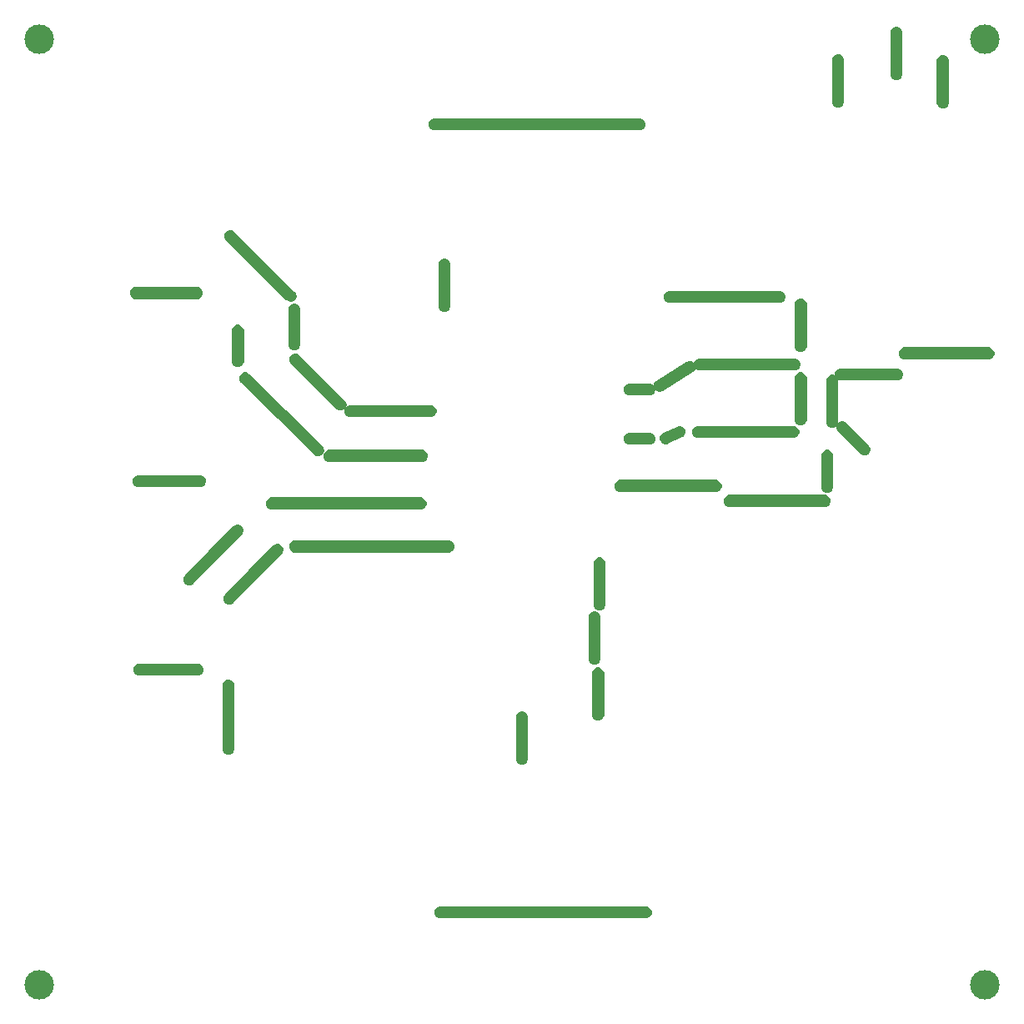
<source format=gbr>
G04 Layer_Color=0*
%FSLAX26Y26*%
%MOIN*%
%TF.FileFunction,NonPlated,1,2,NPTH,Drill*%
%TF.Part,Single*%
G01*
G75*
%TA.AperFunction,OtherDrill,Pad Free-4 (3779.527mil,0mil)*%
%ADD93C,0.118110*%
%TA.AperFunction,OtherDrill,Pad Free-4 (3779.528mil,-3779.528mil)*%
%ADD94C,0.118110*%
%TA.AperFunction,OtherDrill,Pad Free-4 (0mil,0mil)*%
%ADD95C,0.118110*%
%TA.AperFunction,OtherDrill,Pad Free-4 (0mil,-3779.528mil)*%
%ADD96C,0.118110*%
G36*
X3283286Y-1656241D02*
X3193286Y-1566241D01*
X3189961Y-1562917D01*
X3186363Y-1554229D01*
Y-1544826D01*
X3189961Y-1536138D01*
X3196611Y-1529489D01*
X3205298Y-1525890D01*
X3214702D01*
X3223389Y-1529489D01*
X3226714Y-1532814D01*
X3226714Y-1532814D01*
X3316714Y-1622814D01*
X3318360Y-1624460D01*
X3320947Y-1628331D01*
X3322729Y-1632633D01*
X3323637Y-1637199D01*
Y-1639527D01*
Y-1643034D01*
X3321601Y-1649744D01*
X3317705Y-1655575D01*
X3312285Y-1660024D01*
X3305806Y-1662707D01*
X3298827Y-1663394D01*
X3291950Y-1662026D01*
X3285765Y-1658721D01*
X3283286Y-1656241D01*
D01*
D02*
G37*
G36*
X3146363Y-1529527D02*
Y-1534229D01*
X3149961Y-1542917D01*
X3156611Y-1549566D01*
X3165298Y-1553165D01*
X3174702D01*
X3183389Y-1549566D01*
X3190038Y-1542917D01*
X3193637Y-1534229D01*
Y-1529527D01*
D01*
Y-1364527D01*
Y-1359826D01*
X3190038Y-1351138D01*
X3183389Y-1344489D01*
X3174702Y-1340890D01*
X3165298D01*
X3156611Y-1344489D01*
X3149961Y-1351138D01*
X3146363Y-1359826D01*
Y-1364527D01*
D01*
Y-1529527D01*
D02*
G37*
G36*
X3205000Y-1363165D02*
X3200298D01*
X3191611Y-1359566D01*
X3184961Y-1352917D01*
X3181363Y-1344229D01*
Y-1334826D01*
X3184961Y-1326138D01*
X3191611Y-1319489D01*
X3200298Y-1315890D01*
X3205000D01*
D01*
X3430000D01*
X3434702D01*
X3443389Y-1319489D01*
X3450038Y-1326138D01*
X3453637Y-1334826D01*
Y-1339527D01*
Y-1344229D01*
X3450038Y-1352917D01*
X3443389Y-1359566D01*
X3434702Y-1363165D01*
X3430000D01*
D01*
X3205000D01*
D02*
G37*
G36*
X3460000Y-1278165D02*
X3455298D01*
X3446611Y-1274566D01*
X3439961Y-1267917D01*
X3436363Y-1259229D01*
Y-1249826D01*
X3439961Y-1241138D01*
X3446611Y-1234489D01*
X3455298Y-1230890D01*
X3460000D01*
D01*
X3795000D01*
X3799702D01*
X3808389Y-1234489D01*
X3815038Y-1241138D01*
X3818637Y-1249826D01*
Y-1254527D01*
Y-1259229D01*
X3815038Y-1267917D01*
X3808389Y-1274566D01*
X3799702Y-1278165D01*
X3795000D01*
D01*
X3460000D01*
D02*
G37*
G36*
X3588363Y-252528D02*
Y-257229D01*
X3591961Y-265917D01*
X3598611Y-272566D01*
X3607298Y-276164D01*
X3616702D01*
X3625389Y-272566D01*
X3632038Y-265917D01*
X3635637Y-257229D01*
Y-252528D01*
D01*
Y-87528D01*
Y-82826D01*
X3632038Y-74138D01*
X3625389Y-67489D01*
X3616702Y-63891D01*
X3607298D01*
X3598611Y-67489D01*
X3591961Y-74138D01*
X3588363Y-82826D01*
Y-87528D01*
D01*
Y-252528D01*
D02*
G37*
G36*
X3403363Y-138528D02*
Y-143229D01*
X3406961Y-151917D01*
X3413611Y-158566D01*
X3422298Y-162165D01*
X3431702D01*
X3440389Y-158566D01*
X3447038Y-151917D01*
X3450637Y-143229D01*
Y-138528D01*
D01*
Y26473D01*
Y31174D01*
X3447038Y39862D01*
X3440389Y46511D01*
X3431702Y50109D01*
X3422298D01*
X3413611Y46511D01*
X3406961Y39862D01*
X3403363Y31174D01*
Y26473D01*
D01*
Y-138528D01*
D02*
G37*
G36*
X3170363Y-248528D02*
Y-253229D01*
X3173961Y-261917D01*
X3180611Y-268566D01*
X3189298Y-272164D01*
X3198702D01*
X3207389Y-268566D01*
X3214038Y-261917D01*
X3217637Y-253229D01*
Y-248528D01*
D01*
Y-83528D01*
Y-78826D01*
X3214038Y-70138D01*
X3207389Y-63489D01*
X3198702Y-59891D01*
X3189298D01*
X3180611Y-63489D01*
X3173961Y-70138D01*
X3170363Y-78826D01*
Y-83528D01*
D01*
Y-248528D01*
D02*
G37*
G36*
X2520000Y-1053165D02*
X2515298D01*
X2506611Y-1049566D01*
X2499961Y-1042917D01*
X2496363Y-1034229D01*
Y-1024826D01*
X2499961Y-1016138D01*
X2506611Y-1009489D01*
X2515298Y-1005890D01*
X2520000D01*
D01*
X2960000D01*
X2964702D01*
X2973389Y-1009489D01*
X2980038Y-1016138D01*
X2983637Y-1024826D01*
Y-1029527D01*
Y-1034229D01*
X2980038Y-1042917D01*
X2973389Y-1049566D01*
X2964702Y-1053165D01*
X2960000D01*
D01*
X2520000D01*
D02*
G37*
G36*
X3021363Y-1224527D02*
Y-1229229D01*
X3024961Y-1237917D01*
X3031611Y-1244566D01*
X3040298Y-1248165D01*
X3049702D01*
X3058389Y-1244566D01*
X3065038Y-1237917D01*
X3068637Y-1229229D01*
Y-1224527D01*
D01*
Y-1059527D01*
Y-1054826D01*
X3065038Y-1046138D01*
X3058389Y-1039489D01*
X3049702Y-1035890D01*
X3040298D01*
X3031611Y-1039489D01*
X3024961Y-1046138D01*
X3021363Y-1054826D01*
Y-1059527D01*
D01*
Y-1224527D01*
D02*
G37*
G36*
Y-1519527D02*
Y-1524229D01*
X3024961Y-1532917D01*
X3031611Y-1539566D01*
X3040298Y-1543165D01*
X3049702D01*
X3058389Y-1539566D01*
X3065038Y-1532917D01*
X3068637Y-1524229D01*
Y-1519527D01*
D01*
Y-1354527D01*
Y-1349826D01*
X3065038Y-1341138D01*
X3058389Y-1334489D01*
X3049702Y-1330890D01*
X3040298D01*
X3031611Y-1334489D01*
X3024961Y-1341138D01*
X3021363Y-1349826D01*
Y-1354527D01*
D01*
Y-1519527D01*
D02*
G37*
G36*
X2640000Y-1323165D02*
X2635298D01*
X2626611Y-1319566D01*
X2619961Y-1312917D01*
X2616363Y-1304229D01*
Y-1294826D01*
X2619961Y-1286138D01*
X2626611Y-1279489D01*
X2635298Y-1275890D01*
X2640000D01*
D01*
X3020000D01*
X3024702D01*
X3033389Y-1279489D01*
X3040038Y-1286138D01*
X3043637Y-1294826D01*
Y-1299527D01*
Y-1304229D01*
X3040038Y-1312917D01*
X3033389Y-1319566D01*
X3024702Y-1323165D01*
X3020000D01*
D01*
X2640000D01*
D02*
G37*
G36*
X2492528Y-1404572D02*
X2488541Y-1407064D01*
X2479266Y-1408617D01*
X2470104Y-1406502D01*
X2462448Y-1401042D01*
X2457464Y-1393068D01*
X2455911Y-1383794D01*
X2458026Y-1374631D01*
X2463485Y-1366975D01*
X2467472Y-1364483D01*
X2467472D01*
X2587472Y-1289483D01*
X2590156Y-1287806D01*
X2596216Y-1285982D01*
X2602543Y-1285816D01*
X2608691Y-1287320D01*
X2614226Y-1290388D01*
X2618760Y-1294804D01*
X2621972Y-1300257D01*
X2623637Y-1306363D01*
Y-1309527D01*
Y-1312534D01*
X2622131Y-1318356D01*
X2619216Y-1323616D01*
X2615077Y-1327978D01*
X2612528Y-1329572D01*
Y-1329572D01*
X2492528Y-1404572D01*
D02*
G37*
G36*
X2360000Y-1423165D02*
X2355298D01*
X2346611Y-1419566D01*
X2339961Y-1412917D01*
X2336363Y-1404229D01*
Y-1394826D01*
X2339961Y-1386138D01*
X2346611Y-1379489D01*
X2355298Y-1375890D01*
X2360000D01*
D01*
X2440000D01*
X2444702D01*
X2453389Y-1379489D01*
X2460038Y-1386138D01*
X2463637Y-1394826D01*
Y-1399527D01*
Y-1404229D01*
X2460038Y-1412917D01*
X2453389Y-1419566D01*
X2444702Y-1423165D01*
X2440000D01*
D01*
X2360000D01*
D02*
G37*
G36*
Y-1620015D02*
X2355298D01*
X2346611Y-1616416D01*
X2339961Y-1609767D01*
X2336363Y-1601080D01*
Y-1591676D01*
X2339961Y-1582989D01*
X2346611Y-1576340D01*
X2355298Y-1572741D01*
X2360000D01*
D01*
X2440000D01*
X2444702D01*
X2453389Y-1576340D01*
X2460038Y-1582989D01*
X2463637Y-1591676D01*
Y-1596378D01*
Y-1601080D01*
X2460038Y-1609767D01*
X2453389Y-1616416D01*
X2444702Y-1620015D01*
X2440000D01*
D01*
X2360000D01*
D02*
G37*
G36*
X2514781Y-1616046D02*
X2510501Y-1617991D01*
X2501103Y-1618310D01*
X2492298Y-1615009D01*
X2485427Y-1608589D01*
X2481536Y-1600028D01*
X2481217Y-1590630D01*
X2484519Y-1581826D01*
X2490939Y-1574955D01*
X2495219Y-1573009D01*
X2495219D01*
X2550219Y-1548009D01*
X2552919Y-1546782D01*
X2558759Y-1545737D01*
X2564676Y-1546169D01*
X2570303Y-1548048D01*
X2575291Y-1551260D01*
X2579330Y-1555605D01*
X2582171Y-1560813D01*
X2583637Y-1566561D01*
Y-1569527D01*
Y-1572931D01*
X2581716Y-1579462D01*
X2578031Y-1585186D01*
X2572880Y-1589637D01*
X2569781Y-1591046D01*
Y-1591046D01*
X2514781Y-1616046D01*
D02*
G37*
G36*
X2635000Y-1593165D02*
X2630298D01*
X2621611Y-1589566D01*
X2614961Y-1582917D01*
X2611363Y-1574229D01*
Y-1564826D01*
X2614961Y-1556138D01*
X2621611Y-1549489D01*
X2630298Y-1545890D01*
X2635000D01*
D01*
X3015000D01*
X3019702D01*
X3028389Y-1549489D01*
X3035038Y-1556138D01*
X3038637Y-1564826D01*
Y-1569527D01*
Y-1574229D01*
X3035038Y-1582917D01*
X3028389Y-1589566D01*
X3019702Y-1593165D01*
X3015000D01*
D01*
X2635000D01*
D02*
G37*
G36*
X3126363Y-1789527D02*
Y-1794229D01*
X3129961Y-1802917D01*
X3136611Y-1809566D01*
X3145298Y-1813165D01*
X3154702D01*
X3163389Y-1809566D01*
X3170038Y-1802917D01*
X3173637Y-1794229D01*
Y-1789527D01*
D01*
Y-1664527D01*
Y-1659826D01*
X3170038Y-1651138D01*
X3163389Y-1644489D01*
X3154702Y-1640890D01*
X3145298D01*
X3136611Y-1644489D01*
X3129961Y-1651138D01*
X3126363Y-1659826D01*
Y-1664527D01*
D01*
Y-1789527D01*
D02*
G37*
G36*
X2760000Y-1868165D02*
X2755298D01*
X2746611Y-1864566D01*
X2739961Y-1857917D01*
X2736363Y-1849229D01*
Y-1839826D01*
X2739961Y-1831138D01*
X2746611Y-1824489D01*
X2755298Y-1820890D01*
X2760000D01*
D01*
X3140000D01*
X3144702D01*
X3153389Y-1824489D01*
X3160038Y-1831138D01*
X3163637Y-1839826D01*
Y-1844527D01*
Y-1849229D01*
X3160038Y-1857917D01*
X3153389Y-1864566D01*
X3144702Y-1868165D01*
X3140000D01*
D01*
X2760000D01*
D02*
G37*
G36*
X2325000Y-1808165D02*
X2320298D01*
X2311611Y-1804566D01*
X2304961Y-1797917D01*
X2301363Y-1789229D01*
Y-1779826D01*
X2304961Y-1771138D01*
X2311611Y-1764489D01*
X2320298Y-1760890D01*
X2325000D01*
D01*
X2705000D01*
X2709702D01*
X2718389Y-1764489D01*
X2725038Y-1771138D01*
X2728637Y-1779826D01*
Y-1784527D01*
Y-1789229D01*
X2725038Y-1797917D01*
X2718389Y-1804566D01*
X2709702Y-1808165D01*
X2705000D01*
D01*
X2325000D01*
D02*
G37*
G36*
X1605000Y-3513637D02*
X1600298D01*
X1591611Y-3510039D01*
X1584961Y-3503389D01*
X1581363Y-3494702D01*
Y-3485298D01*
X1584961Y-3476611D01*
X1591611Y-3469962D01*
X1600298Y-3466363D01*
X1605000D01*
D01*
X2425000D01*
X2429702D01*
X2438389Y-3469962D01*
X2445038Y-3476611D01*
X2448637Y-3485298D01*
Y-3490000D01*
Y-3494702D01*
X2445038Y-3503389D01*
X2438389Y-3510039D01*
X2429702Y-3513637D01*
X2425000D01*
D01*
X1605000D01*
D02*
G37*
G36*
X2211363Y-2699528D02*
Y-2704229D01*
X2214961Y-2712917D01*
X2221611Y-2719566D01*
X2230298Y-2723164D01*
X2239702D01*
X2248389Y-2719566D01*
X2255038Y-2712917D01*
X2258637Y-2704229D01*
Y-2699528D01*
D01*
Y-2534528D01*
Y-2529826D01*
X2255038Y-2521138D01*
X2248389Y-2514489D01*
X2239702Y-2510890D01*
X2230298D01*
X2221611Y-2514489D01*
X2214961Y-2521138D01*
X2211363Y-2529826D01*
Y-2534528D01*
D01*
Y-2699528D01*
D02*
G37*
G36*
X2196363Y-2474528D02*
Y-2479229D01*
X2199961Y-2487917D01*
X2206611Y-2494566D01*
X2215298Y-2498164D01*
X2224702D01*
X2233389Y-2494566D01*
X2240038Y-2487917D01*
X2243637Y-2479229D01*
Y-2474528D01*
D01*
Y-2309528D01*
Y-2304826D01*
X2240038Y-2296138D01*
X2233389Y-2289489D01*
X2224702Y-2285890D01*
X2215298D01*
X2206611Y-2289489D01*
X2199961Y-2296138D01*
X2196363Y-2304826D01*
Y-2309528D01*
D01*
Y-2474528D01*
D02*
G37*
G36*
X2216363Y-2259528D02*
Y-2264229D01*
X2219961Y-2272917D01*
X2226611Y-2279566D01*
X2235298Y-2283164D01*
X2244702D01*
X2253389Y-2279566D01*
X2260038Y-2272917D01*
X2263637Y-2264229D01*
Y-2259528D01*
D01*
Y-2094528D01*
Y-2089826D01*
X2260038Y-2081138D01*
X2253389Y-2074489D01*
X2244702Y-2070890D01*
X2235298D01*
X2226611Y-2074489D01*
X2219961Y-2081138D01*
X2216363Y-2089826D01*
Y-2094528D01*
D01*
Y-2259528D01*
D02*
G37*
G36*
X1906363Y-2874528D02*
Y-2879229D01*
X1909961Y-2887917D01*
X1916611Y-2894566D01*
X1925298Y-2898164D01*
X1934702D01*
X1943389Y-2894566D01*
X1950038Y-2887917D01*
X1953637Y-2879229D01*
Y-2874528D01*
D01*
Y-2709528D01*
Y-2704826D01*
X1950038Y-2696138D01*
X1943389Y-2689489D01*
X1934702Y-2685890D01*
X1925298D01*
X1916611Y-2689489D01*
X1909961Y-2696138D01*
X1906363Y-2704826D01*
Y-2709528D01*
D01*
Y-2874528D01*
D02*
G37*
G36*
X1580000Y-363637D02*
X1575298D01*
X1566611Y-360038D01*
X1559961Y-353389D01*
X1556363Y-344702D01*
Y-335298D01*
X1559961Y-326611D01*
X1566611Y-319962D01*
X1575298Y-316363D01*
X1580000D01*
D01*
X2400000D01*
X2404702D01*
X2413389Y-319962D01*
X2420038Y-326611D01*
X2423637Y-335298D01*
Y-340000D01*
Y-344702D01*
X2420038Y-353389D01*
X2413389Y-360038D01*
X2404702Y-363637D01*
X2400000D01*
D01*
X1580000D01*
D02*
G37*
G36*
X1596363Y-1064527D02*
Y-1069229D01*
X1599961Y-1077917D01*
X1606611Y-1084566D01*
X1615298Y-1088165D01*
X1624702D01*
X1633389Y-1084566D01*
X1640038Y-1077917D01*
X1643637Y-1069229D01*
Y-1064527D01*
D01*
Y-899528D01*
Y-894826D01*
X1640038Y-886138D01*
X1633389Y-879489D01*
X1624702Y-875890D01*
X1615298D01*
X1606611Y-879489D01*
X1599961Y-886138D01*
X1596363Y-894826D01*
Y-899528D01*
D01*
Y-1064527D01*
D02*
G37*
G36*
X385985Y-1037850D02*
X381283D01*
X372596Y-1034251D01*
X365947Y-1027602D01*
X362348Y-1018914D01*
Y-1009511D01*
X365947Y-1000823D01*
X372596Y-994174D01*
X381283Y-990576D01*
X385985D01*
D01*
X630985D01*
X635687D01*
X644374Y-994174D01*
X651023Y-1000823D01*
X654622Y-1009511D01*
Y-1014212D01*
Y-1018914D01*
X651023Y-1027602D01*
X644374Y-1034251D01*
X635687Y-1037850D01*
X630985D01*
D01*
X385985D01*
D02*
G37*
G36*
X988286Y-1041714D02*
X748286Y-801714D01*
X744962Y-798389D01*
X741363Y-789702D01*
Y-780298D01*
X744962Y-771611D01*
X751611Y-764962D01*
X760298Y-761363D01*
X769702D01*
X778389Y-764962D01*
X781714Y-768286D01*
X781714Y-768286D01*
X1021714Y-1008286D01*
X1023360Y-1009932D01*
X1025947Y-1013804D01*
X1027729Y-1018105D01*
X1028637Y-1022672D01*
Y-1025000D01*
Y-1028506D01*
X1026601Y-1035217D01*
X1022705Y-1041047D01*
X1017285Y-1045496D01*
X1010806Y-1048180D01*
X1003827Y-1048867D01*
X996950Y-1047499D01*
X990765Y-1044193D01*
X988286Y-1041714D01*
D01*
D02*
G37*
G36*
X996363Y-1219527D02*
Y-1224229D01*
X999962Y-1232917D01*
X1006611Y-1239566D01*
X1015298Y-1243165D01*
X1024702D01*
X1033389Y-1239566D01*
X1040038Y-1232917D01*
X1043637Y-1224229D01*
Y-1219527D01*
D01*
Y-1079527D01*
Y-1074826D01*
X1040038Y-1066138D01*
X1033389Y-1059489D01*
X1024702Y-1055890D01*
X1015298D01*
X1006611Y-1059489D01*
X999962Y-1066138D01*
X996363Y-1074826D01*
Y-1079527D01*
D01*
Y-1219527D01*
D02*
G37*
G36*
X1188286Y-1476714D02*
X1008286Y-1296714D01*
X1004962Y-1293389D01*
X1001363Y-1284702D01*
Y-1275298D01*
X1004962Y-1266611D01*
X1011611Y-1259962D01*
X1020298Y-1256363D01*
X1029702D01*
X1038389Y-1259962D01*
X1041714Y-1263286D01*
X1041714Y-1263286D01*
X1221714Y-1443286D01*
X1223360Y-1444932D01*
X1225947Y-1448804D01*
X1227729Y-1453105D01*
X1228637Y-1457672D01*
Y-1460000D01*
Y-1463506D01*
X1226601Y-1470217D01*
X1222705Y-1476047D01*
X1217285Y-1480496D01*
X1210806Y-1483180D01*
X1203827Y-1483867D01*
X1196950Y-1482499D01*
X1190765Y-1479193D01*
X1188286Y-1476714D01*
D01*
D02*
G37*
G36*
X1245000Y-1508637D02*
X1240298D01*
X1231611Y-1505039D01*
X1224961Y-1498389D01*
X1221363Y-1489702D01*
Y-1480298D01*
X1224961Y-1471611D01*
X1231611Y-1464962D01*
X1240298Y-1461363D01*
X1245000D01*
D01*
X1565000D01*
X1569702D01*
X1578389Y-1464962D01*
X1585038Y-1471611D01*
X1588637Y-1480298D01*
Y-1485000D01*
Y-1489702D01*
X1585038Y-1498389D01*
X1578389Y-1505039D01*
X1569702Y-1508637D01*
X1565000D01*
D01*
X1245000D01*
D02*
G37*
G36*
X771363Y-1284527D02*
Y-1289229D01*
X774962Y-1297917D01*
X781611Y-1304566D01*
X790298Y-1308165D01*
X799702D01*
X808389Y-1304566D01*
X815038Y-1297917D01*
X818637Y-1289229D01*
Y-1284527D01*
D01*
Y-1164527D01*
Y-1159826D01*
X815038Y-1151138D01*
X808389Y-1144489D01*
X799702Y-1140890D01*
X790298D01*
X781611Y-1144489D01*
X774962Y-1151138D01*
X771363Y-1159826D01*
Y-1164527D01*
D01*
Y-1284527D01*
D02*
G37*
G36*
X1098773Y-1659587D02*
X808348Y-1371303D01*
X805011Y-1367991D01*
X801380Y-1359317D01*
X801346Y-1349913D01*
X804912Y-1341213D01*
X811537Y-1334539D01*
X820211Y-1330908D01*
X829614Y-1330873D01*
X838315Y-1334440D01*
X841652Y-1337752D01*
D01*
X1132077Y-1626035D01*
X1133737Y-1627683D01*
X1136347Y-1631566D01*
X1138145Y-1635884D01*
X1139062Y-1640472D01*
Y-1642811D01*
Y-1646312D01*
X1137033Y-1653012D01*
X1133149Y-1658837D01*
X1127743Y-1663286D01*
X1121279Y-1665978D01*
X1114313Y-1666680D01*
X1107443Y-1665333D01*
X1101258Y-1662053D01*
X1098773Y-1659587D01*
X1098773Y-1659587D01*
D02*
G37*
G36*
X1160425Y-1688165D02*
X1155724D01*
X1147036Y-1684566D01*
X1140387Y-1677917D01*
X1136788Y-1669229D01*
Y-1659826D01*
X1140387Y-1651138D01*
X1147036Y-1644489D01*
X1155724Y-1640890D01*
X1160425D01*
D01*
X1530000D01*
X1534702D01*
X1543389Y-1644489D01*
X1550038Y-1651138D01*
X1553637Y-1659826D01*
Y-1664527D01*
Y-1669229D01*
X1550038Y-1677917D01*
X1543389Y-1684566D01*
X1534702Y-1688165D01*
X1530000D01*
D01*
X1160425D01*
D02*
G37*
G36*
X397000Y-1789165D02*
X392298D01*
X383611Y-1785566D01*
X376962Y-1778917D01*
X373363Y-1770229D01*
Y-1760826D01*
X376962Y-1752138D01*
X383611Y-1745489D01*
X392298Y-1741890D01*
X397000D01*
D01*
X642000D01*
X646702D01*
X655389Y-1745489D01*
X662038Y-1752138D01*
X665637Y-1760826D01*
Y-1765527D01*
Y-1770229D01*
X662038Y-1778917D01*
X655389Y-1785566D01*
X646702Y-1789165D01*
X642000D01*
D01*
X397000D01*
D02*
G37*
G36*
X930000Y-1878165D02*
X925298D01*
X916611Y-1874566D01*
X909962Y-1867917D01*
X906363Y-1859229D01*
Y-1849826D01*
X909962Y-1841138D01*
X916611Y-1834489D01*
X925298Y-1830890D01*
X930000D01*
D01*
X1525000D01*
X1529702D01*
X1538389Y-1834489D01*
X1545038Y-1841138D01*
X1548637Y-1849826D01*
Y-1854527D01*
Y-1859229D01*
X1545038Y-1867917D01*
X1538389Y-1874566D01*
X1529702Y-1878165D01*
X1525000D01*
D01*
X930000D01*
D02*
G37*
G36*
X1023000Y-2051164D02*
X1018298D01*
X1009611Y-2047566D01*
X1002962Y-2040917D01*
X999363Y-2032229D01*
Y-2022826D01*
X1002962Y-2014138D01*
X1009611Y-2007489D01*
X1018298Y-2003890D01*
X1023000D01*
D01*
X1635441D01*
X1640143D01*
X1648830Y-2007489D01*
X1655479Y-2014138D01*
X1659078Y-2022826D01*
Y-2027527D01*
Y-2032229D01*
X1655479Y-2040917D01*
X1648830Y-2047566D01*
X1640143Y-2051164D01*
X1635441D01*
D01*
X1023000D01*
D02*
G37*
G36*
X777886Y-2252067D02*
X774596Y-2255426D01*
X765946Y-2259115D01*
X756543Y-2259212D01*
X747819Y-2255704D01*
X741101Y-2249124D01*
X737413Y-2240474D01*
X737316Y-2231071D01*
X740824Y-2222347D01*
X744114Y-2218988D01*
Y-2218988D01*
X935114Y-2023988D01*
X937578Y-2021472D01*
X943760Y-2018095D01*
X950657Y-2016667D01*
X957671Y-2017312D01*
X964193Y-2019974D01*
X969655Y-2024421D01*
X973583Y-2030268D01*
X975637Y-2037006D01*
Y-2040527D01*
Y-2042825D01*
X974752Y-2047333D01*
X973016Y-2051587D01*
X970494Y-2055426D01*
X968886Y-2057067D01*
X968886D01*
X777886Y-2252067D01*
D02*
G37*
G36*
X617886Y-2175067D02*
X614596Y-2178426D01*
X605946Y-2182115D01*
X596543Y-2182212D01*
X587819Y-2178704D01*
X581101Y-2172124D01*
X577413Y-2163474D01*
X577316Y-2154071D01*
X580824Y-2145347D01*
X584114Y-2141988D01*
Y-2141988D01*
X775114Y-1946988D01*
X777578Y-1944472D01*
X783760Y-1941095D01*
X790657Y-1939667D01*
X797671Y-1940312D01*
X804193Y-1942974D01*
X809655Y-1947421D01*
X813583Y-1953268D01*
X815637Y-1960006D01*
Y-1963527D01*
Y-1965825D01*
X814752Y-1970333D01*
X813016Y-1974587D01*
X810494Y-1978426D01*
X808886Y-1980067D01*
X808886D01*
X617886Y-2175067D01*
D02*
G37*
G36*
X399000Y-2544164D02*
X394298D01*
X385611Y-2540566D01*
X378962Y-2533917D01*
X375363Y-2525229D01*
Y-2515826D01*
X378962Y-2507138D01*
X385611Y-2500489D01*
X394298Y-2496890D01*
X399000D01*
D01*
X634000D01*
X638702D01*
X647389Y-2500489D01*
X654038Y-2507138D01*
X657637Y-2515826D01*
Y-2520528D01*
Y-2525229D01*
X654038Y-2533917D01*
X647389Y-2540566D01*
X638702Y-2544164D01*
X634000D01*
D01*
X399000D01*
D02*
G37*
G36*
X732363Y-2835528D02*
Y-2840229D01*
X735962Y-2848917D01*
X742611Y-2855566D01*
X751298Y-2859164D01*
X760702D01*
X769389Y-2855566D01*
X776038Y-2848917D01*
X779637Y-2840229D01*
Y-2835528D01*
D01*
Y-2581528D01*
Y-2576826D01*
X776038Y-2568138D01*
X769389Y-2561489D01*
X760702Y-2557890D01*
X751298D01*
X742611Y-2561489D01*
X735962Y-2568138D01*
X732363Y-2576826D01*
Y-2581528D01*
D01*
Y-2835528D01*
D02*
G37*
D93*
X3779527Y0D02*
D03*
D94*
X3779528Y-3779528D02*
D03*
D95*
X0Y0D02*
D03*
D96*
Y-3779528D02*
D03*
%TF.MD5,fc29b187d96b1d327b0f7bbca3873002*%
M02*

</source>
